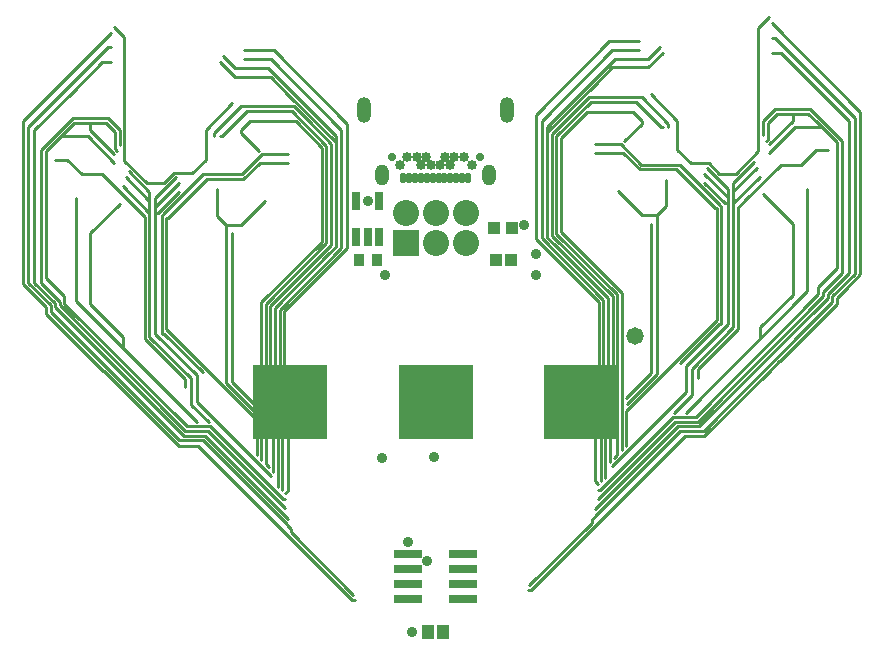
<source format=gbs>
G04 Layer_Color=8150272*
%FSLAX24Y24*%
%MOIN*%
G70*
G01*
G75*
%ADD13C,0.0100*%
%ADD35C,0.0336*%
%ADD36C,0.0277*%
%ADD37O,0.0474X0.0710*%
%ADD38O,0.0474X0.0867*%
%ADD39C,0.0867*%
%ADD40R,0.0867X0.0867*%
%ADD41C,0.0580*%
%ADD42C,0.0356*%
G04:AMPARAMS|DCode=43|XSize=21.8mil|YSize=35.6mil|CornerRadius=0mil|HoleSize=0mil|Usage=FLASHONLY|Rotation=0.000|XOffset=0mil|YOffset=0mil|HoleType=Round|Shape=Octagon|*
%AMOCTAGOND43*
4,1,8,-0.0054,0.0178,0.0054,0.0178,0.0109,0.0123,0.0109,-0.0123,0.0054,-0.0178,-0.0054,-0.0178,-0.0109,-0.0123,-0.0109,0.0123,-0.0054,0.0178,0.0*
%
%ADD43OCTAGOND43*%

%ADD44R,0.0400X0.0400*%
%ADD45R,0.0395X0.0434*%
%ADD46R,0.0375X0.0415*%
%ADD47R,0.0297X0.0630*%
%ADD48R,0.0966X0.0277*%
%ADD49R,0.2480X0.2480*%
%ADD50R,0.0434X0.0474*%
D13*
X35225Y38316D02*
X36110Y37430D01*
Y36445D02*
Y37430D01*
Y36445D02*
X36550Y36006D01*
X37157D01*
X37497Y35667D01*
X38071D01*
X38814Y36410D01*
Y40527D01*
X39162Y40875D01*
X38965Y34969D02*
X39949Y33985D01*
Y31623D02*
Y33985D01*
X38866Y30540D02*
X39949Y31623D01*
X38866Y30160D02*
Y30540D01*
X36406Y27700D02*
X40441Y31735D01*
Y35166D01*
X34402Y28194D02*
X35225Y29016D01*
Y33985D01*
X35717Y34575D02*
Y35461D01*
X35422Y34280D02*
X35717Y34575D01*
X34142Y35068D02*
X34929Y34280D01*
X35422D01*
X34420Y27998D02*
X35422Y28999D01*
Y34280D01*
X34402Y26585D02*
Y27766D01*
X37332Y30696D01*
X37422Y30786D01*
Y34509D01*
X37360D02*
X37422D01*
X36068Y35802D02*
X37360Y34509D01*
X34850Y35802D02*
X36068D01*
X34305Y36347D02*
X34850Y35802D01*
X33355Y36347D02*
X34305D01*
X40736Y36445D02*
X41130D01*
X40244Y35953D02*
X40736Y36445D01*
X39555Y35953D02*
X40244D01*
X38374Y34772D02*
X39555Y35953D01*
X38132Y34530D02*
X38374Y34772D01*
X38132Y30477D02*
Y34530D01*
X36799Y29145D02*
X38132Y30477D01*
X36799Y28867D02*
Y29145D01*
X33355Y36642D02*
X34223D01*
X34912Y35953D01*
X35323D01*
X36192D01*
X37529Y34616D01*
X37578Y34567D01*
Y30647D02*
Y34567D01*
X37497Y30647D02*
X37578D01*
X36209Y29359D02*
X37497Y30647D01*
X34251Y26434D02*
Y31697D01*
X32233Y33714D02*
X34251Y31697D01*
X32233Y33714D02*
Y35757D01*
Y36848D01*
X33102Y37717D01*
X34643D01*
X34929Y37430D01*
Y37331D02*
Y37430D01*
X34339Y36741D02*
X34929Y37331D01*
X34005Y26188D02*
X34100Y26283D01*
Y31634D01*
X32082Y33652D02*
X34100Y31634D01*
X32082Y33652D02*
Y36911D01*
X33237Y38066D01*
X34733D01*
X35566Y37233D01*
X35618D01*
X33854Y26036D02*
Y27764D01*
X33949Y27859D01*
Y31572D01*
X31931Y33589D02*
X33949Y31572D01*
X31931Y33589D02*
Y33690D01*
Y36973D01*
X32674Y37717D01*
X33175Y38217D01*
X34929D01*
X35815Y37331D01*
Y37233D02*
Y37331D01*
X35126Y39201D02*
X35618Y39694D01*
X33945Y39201D02*
X35126D01*
X33355Y38611D02*
X33945Y39201D01*
X31780Y37036D02*
X33355Y38611D01*
X31780Y35757D02*
Y37036D01*
X38866Y35560D02*
X38866D01*
X37981Y34674D02*
X38866Y35560D01*
X36996Y35363D02*
X37685Y34674D01*
X37784D01*
X37981Y35068D02*
X38768Y35855D01*
X37981Y34772D02*
Y35068D01*
X36996Y35658D02*
X37784Y34871D01*
Y34674D02*
Y34871D01*
X37981Y35363D02*
X38670Y36052D01*
X37981Y30540D02*
Y35363D01*
X36603Y29162D02*
X37981Y30540D01*
X36603Y28276D02*
Y29162D01*
X36012Y27686D02*
X36603Y28276D01*
X37095Y35855D02*
X37784Y35166D01*
Y30835D02*
Y35166D01*
Y30638D02*
Y30835D01*
X36406Y29260D02*
X37784Y30638D01*
X36406Y28375D02*
Y29260D01*
X33945Y25914D02*
X36406Y28375D01*
X33703Y25520D02*
Y27922D01*
X33797Y28017D01*
Y31509D01*
X31985Y33321D02*
X33797Y31509D01*
X31780Y33527D02*
X31985Y33321D01*
X31780Y33527D02*
Y37233D01*
X34044Y39497D01*
X34733D01*
X35126D01*
X35520Y39890D01*
X33551Y25439D02*
X33560Y25430D01*
X33551Y25439D02*
Y28079D01*
X33646Y28174D01*
Y31446D01*
X31583Y33510D02*
X33646Y31446D01*
X31583Y33510D02*
Y37430D01*
X33945Y39792D01*
X34831D01*
X33370Y25406D02*
X33453Y25323D01*
X33370Y25406D02*
Y28151D01*
X33495Y28276D01*
Y31384D01*
X33059Y31820D02*
X33495Y31384D01*
X31386Y33493D02*
X33059Y31820D01*
X31386Y33493D02*
Y37627D01*
X33847Y40087D01*
X34831D01*
X39162Y36347D02*
X40031Y37216D01*
X40933D01*
X39949Y37430D02*
Y37627D01*
X39162Y36642D02*
X39949Y37430D01*
X33453Y25127D02*
X33534D01*
X35957Y27549D01*
X36720D01*
X40814Y31643D01*
Y31897D01*
X41425Y32508D01*
Y36724D01*
X40728Y37421D02*
X41425Y36724D01*
X40482Y37667D02*
X40728Y37421D01*
X39416Y37667D02*
X40482D01*
X39116Y37367D02*
X39416Y37667D01*
X39116Y36794D02*
Y37367D01*
X39063Y36741D02*
X39116Y36794D01*
X38965Y36938D02*
Y37430D01*
X39359Y37823D01*
X40540D01*
X41130Y37233D01*
X41597Y36766D01*
Y32337D02*
Y36766D01*
X40972Y31712D02*
X41597Y32337D01*
X40972Y31587D02*
Y31712D01*
X37083Y27698D02*
X40972Y31587D01*
X36783Y27397D02*
X37083Y27698D01*
X36110Y27397D02*
X36783D01*
X36019D02*
X36110D01*
X33453Y24831D02*
X36019Y27397D01*
X33370Y24470D02*
X33401Y24501D01*
X36146Y27246D01*
X36209D01*
X36845D01*
X41123Y31524D01*
Y31649D01*
X41819Y32346D01*
Y36347D01*
Y37430D01*
X40540Y38709D02*
X41819Y37430D01*
X39555Y39694D02*
X40540Y38709D01*
X39260Y39694D02*
X39555D01*
X39260Y40186D02*
X39359D01*
X42016Y37528D01*
Y36642D02*
Y37528D01*
Y32329D02*
Y36642D01*
X41274Y31587D02*
X42016Y32329D01*
X31181Y21943D02*
X33256Y24018D01*
Y24044D01*
Y24125D01*
X33407Y24277D01*
Y24294D01*
X36209Y27095D01*
X36996D01*
X40441Y30540D01*
X41274Y31373D01*
Y31587D01*
X31142Y21772D02*
X31224D01*
X36353Y26901D01*
X36999D01*
X39162Y29064D01*
X39503Y29405D01*
X39520D01*
X41425Y31310D01*
Y31524D01*
Y31524D01*
X41721Y31820D01*
X42213Y32312D01*
Y37233D01*
Y37725D01*
X39260Y40678D02*
X42213Y37725D01*
X20386Y37115D02*
X21271Y38001D01*
X20386Y36131D02*
Y37115D01*
X19946Y35691D02*
X20386Y36131D01*
X19339Y35691D02*
X19946D01*
X18999Y35352D02*
X19339Y35691D01*
X18426Y35352D02*
X18999D01*
X17682Y36095D02*
X18426Y35352D01*
X17682Y36095D02*
Y40212D01*
X17334Y40560D02*
X17682Y40212D01*
X16547Y33670D02*
X17531Y34654D01*
X16547Y31308D02*
Y33670D01*
Y31308D02*
X17630Y30225D01*
Y29845D02*
Y30225D01*
X16055Y31420D02*
X20090Y27385D01*
X16055Y31420D02*
Y34851D01*
X21271Y28701D02*
X22094Y27879D01*
X21271Y28701D02*
Y33670D01*
X20779Y34260D02*
Y35146D01*
Y34260D02*
X21075Y33965D01*
X21567D02*
X22354Y34753D01*
X21075Y33965D02*
X21567D01*
X21075Y28684D02*
X22076Y27683D01*
X21075Y28684D02*
Y33965D01*
X22094Y26270D02*
Y27451D01*
X19164Y30381D02*
X22094Y27451D01*
X19074Y30471D02*
X19164Y30381D01*
X19074Y30471D02*
Y34194D01*
X19136D01*
X20429Y35487D01*
X21646D01*
X22191Y36032D01*
X23141D01*
X15366Y36131D02*
X15760D01*
X16252Y35638D01*
X16941D01*
X18122Y34457D01*
X18364Y34215D01*
Y30162D02*
Y34215D01*
Y30162D02*
X19697Y28830D01*
Y28552D02*
Y28830D01*
X22273Y36327D02*
X23141D01*
X21584Y35638D02*
X22273Y36327D01*
X21173Y35638D02*
X21584D01*
X20304D02*
X21173D01*
X18967Y34301D02*
X20304Y35638D01*
X18918Y34252D02*
X18967Y34301D01*
X18918Y30332D02*
Y34252D01*
Y30332D02*
X18999D01*
X20287Y29044D01*
X22245Y26119D02*
Y31382D01*
X24263Y33400D01*
Y35442D01*
Y36533D01*
X23394Y37402D02*
X24263Y36533D01*
X21853Y37402D02*
X23394D01*
X21567Y37115D02*
X21853Y37402D01*
X21567Y37016D02*
Y37115D01*
Y37016D02*
X22157Y36426D01*
X22396Y25968D02*
X22491Y25873D01*
X22396Y25968D02*
Y31319D01*
X24414Y33337D01*
Y36596D01*
X23259Y37751D02*
X24414Y36596D01*
X21764Y37751D02*
X23259D01*
X20930Y36918D02*
X21764Y37751D01*
X20878Y36918D02*
X20930D01*
X22642Y25721D02*
Y27449D01*
X22547Y27544D02*
X22642Y27449D01*
X22547Y27544D02*
Y31257D01*
X24565Y33274D01*
Y33375D01*
Y36658D01*
X23822Y37402D02*
X24565Y36658D01*
X23321Y37902D02*
X23822Y37402D01*
X21567Y37902D02*
X23321D01*
X20681Y37016D02*
X21567Y37902D01*
X20681Y36918D02*
Y37016D01*
X20878Y39379D02*
X21370Y38886D01*
X22551D01*
X23141Y38296D01*
X24716Y36721D01*
Y35442D02*
Y36721D01*
X17630Y35245D02*
X17630D01*
X18515Y34359D01*
X18811D02*
X19500Y35048D01*
X18712Y34359D02*
X18811D01*
X17728Y35540D02*
X18515Y34753D01*
Y34457D02*
Y34753D01*
X18712Y34556D02*
X19500Y35343D01*
X18712Y34359D02*
Y34556D01*
X17827Y35737D02*
X18515Y35048D01*
Y30225D02*
Y35048D01*
Y30225D02*
X19893Y28847D01*
Y27961D02*
Y28847D01*
Y27961D02*
X20484Y27371D01*
X18712Y34851D02*
X19401Y35540D01*
X18712Y30520D02*
Y34851D01*
Y30323D02*
Y30520D01*
Y30323D02*
X20090Y28945D01*
Y28060D02*
Y28945D01*
Y28060D02*
X22551Y25599D01*
X22793Y25205D02*
Y27607D01*
X22699Y27702D02*
X22793Y27607D01*
X22699Y27702D02*
Y31194D01*
X24511Y33006D01*
X24716Y33212D01*
Y36918D01*
X22453Y39182D02*
X24716Y36918D01*
X21764Y39182D02*
X22453D01*
X21370D02*
X21764D01*
X20976Y39575D02*
X21370Y39182D01*
X22936Y25115D02*
X22945Y25124D01*
Y27764D01*
X22850Y27859D02*
X22945Y27764D01*
X22850Y27859D02*
Y31131D01*
X24913Y33195D01*
Y37115D01*
X22551Y39477D02*
X24913Y37115D01*
X21665Y39477D02*
X22551D01*
X23043Y25008D02*
X23126Y25091D01*
Y27836D01*
X23001Y27961D02*
X23126Y27836D01*
X23001Y27961D02*
Y31069D01*
X23437Y31505D01*
X25110Y33178D01*
Y37312D01*
X22649Y39772D02*
X25110Y37312D01*
X21665Y39772D02*
X22649D01*
X16466Y36901D02*
X17334Y36032D01*
X15563Y36901D02*
X16466D01*
X16547Y37115D02*
Y37312D01*
Y37115D02*
X17334Y36327D01*
X22962Y24812D02*
X23043D01*
X20540Y27234D02*
X22962Y24812D01*
X19776Y27234D02*
X20540D01*
X15682Y31328D02*
X19776Y27234D01*
X15682Y31328D02*
Y31582D01*
X15071Y32194D02*
X15682Y31582D01*
X15071Y32194D02*
Y36409D01*
X15768Y37106D01*
X16014Y37352D01*
X17080D01*
X17380Y37052D01*
Y36479D02*
Y37052D01*
Y36479D02*
X17433Y36426D01*
X17531Y36623D02*
Y37115D01*
X17138Y37508D02*
X17531Y37115D01*
X15956Y37508D02*
X17138D01*
X15366Y36918D02*
X15956Y37508D01*
X14899Y36451D02*
X15366Y36918D01*
X14899Y32022D02*
Y36451D01*
Y32022D02*
X15524Y31397D01*
Y31272D02*
Y31397D01*
Y31272D02*
X19413Y27383D01*
X19714Y27082D01*
X20386D01*
X20477D01*
X23043Y24516D01*
X23095Y24186D02*
X23126Y24155D01*
X20350Y26931D02*
X23095Y24186D01*
X20287Y26931D02*
X20350D01*
X19651D02*
X20287D01*
X15373Y31209D02*
X19651Y26931D01*
X15373Y31209D02*
Y31335D01*
X14677Y32031D02*
X15373Y31335D01*
X14677Y32031D02*
Y36032D01*
Y37115D01*
X15956Y38394D01*
X16941Y39379D01*
X17236D01*
X17138Y39871D02*
X17236D01*
X14480Y37213D02*
X17138Y39871D01*
X14480Y36327D02*
Y37213D01*
Y32014D02*
Y36327D01*
Y32014D02*
X15222Y31272D01*
X23240Y23703D02*
X25315Y21628D01*
X23240Y23703D02*
Y23729D01*
Y23810D01*
X23089Y23962D02*
X23240Y23810D01*
X23089Y23962D02*
Y23979D01*
X20287Y26780D02*
X23089Y23979D01*
X19500Y26780D02*
X20287D01*
X16055Y30225D02*
X19500Y26780D01*
X15222Y31058D02*
X16055Y30225D01*
X15222Y31058D02*
Y31272D01*
X25272Y21457D02*
X25354D01*
X20143Y26586D02*
X25272Y21457D01*
X19497Y26586D02*
X20143D01*
X17334Y28749D02*
X19497Y26586D01*
X16993Y29090D02*
X17334Y28749D01*
X16976Y29090D02*
X16993D01*
X15071Y30995D02*
X16976Y29090D01*
X15071Y30995D02*
Y31209D01*
Y31209D01*
X14775Y31505D02*
X15071Y31209D01*
X14283Y31997D02*
X14775Y31505D01*
X14283Y31997D02*
Y36918D01*
Y37410D01*
X17236Y40363D01*
D35*
X26850Y35945D02*
D03*
X27106Y36220D02*
D03*
X27421D02*
D03*
X27579Y35945D02*
D03*
X27736Y36220D02*
D03*
X27894Y35945D02*
D03*
X28209D02*
D03*
X28366Y36220D02*
D03*
X28681D02*
D03*
X28524Y35945D02*
D03*
X28996Y36220D02*
D03*
X29252Y35945D02*
D03*
D36*
X29518Y36220D02*
D03*
X26585D02*
D03*
D37*
X26280Y35630D02*
D03*
X29823D02*
D03*
D38*
X25659Y37795D02*
D03*
X30443D02*
D03*
D39*
X29051Y33358D02*
D03*
Y34358D02*
D03*
X28051D02*
D03*
Y33358D02*
D03*
X27051Y34358D02*
D03*
D40*
Y33358D02*
D03*
D41*
X34685Y30236D02*
D03*
D42*
X25787Y34744D02*
D03*
X23346Y28110D02*
D03*
X32874Y28051D02*
D03*
X27998Y26226D02*
D03*
X26280Y26181D02*
D03*
X31398Y32972D02*
D03*
X31004Y33957D02*
D03*
X27264Y20374D02*
D03*
X27756Y22736D02*
D03*
X27136Y23396D02*
D03*
X27067Y28150D02*
D03*
X31398Y32283D02*
D03*
X26378D02*
D03*
D43*
X26969Y35508D02*
D03*
X27165D02*
D03*
X27362D02*
D03*
X27559D02*
D03*
X27756D02*
D03*
X27953D02*
D03*
X28150D02*
D03*
X28346D02*
D03*
X28543D02*
D03*
X28740D02*
D03*
X28937D02*
D03*
X29134D02*
D03*
D44*
X30615Y33858D02*
D03*
X30015D02*
D03*
D45*
X30551Y32776D02*
D03*
X30079D02*
D03*
D46*
X26083D02*
D03*
X25492D02*
D03*
D47*
X26161Y33543D02*
D03*
X25787D02*
D03*
X25413D02*
D03*
Y34764D02*
D03*
X26161D02*
D03*
D48*
X28967Y21494D02*
D03*
Y21994D02*
D03*
Y22494D02*
D03*
Y22994D02*
D03*
X27136D02*
D03*
Y22494D02*
D03*
Y21994D02*
D03*
Y21494D02*
D03*
D49*
X32901Y28051D02*
D03*
X28051D02*
D03*
X23201D02*
D03*
D50*
X27795Y20374D02*
D03*
X28307D02*
D03*
M02*

</source>
